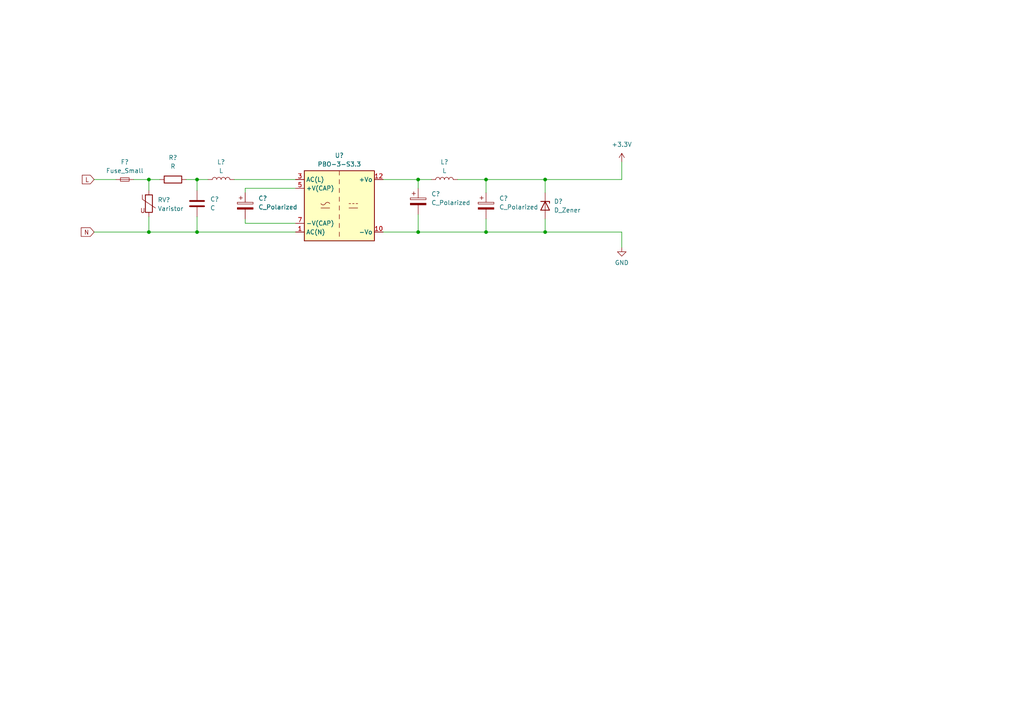
<source format=kicad_sch>
(kicad_sch (version 20250114) (generator "eeschema") (generator_version "9.0")
  (paper "A4")
  (lib_symbols
    (symbol "Converter_ACDC:PBO-3-S3.3"
      (property "Reference" "U" (at 0 13.97 0))
      (property "Value" "PBO-3-S3.3" (at 0 11.43 0))
      (symbol "PBO-3-S3.3_1_1"
        (rectangle (start -10.16 10.16) (end 10.16 -10.16) (stroke (width 0.254)) (fill (type background)))
        (polyline (pts (xy -5.334 -0.635) (xy -2.794 -0.635)))
        (arc (start -4.064 0.635) (mid -4.699 0.2495) (end -5.334 0.635))
        (arc (start -4.064 0.635) (mid -3.429 1.0072) (end -2.794 0.635))
        (polyline (pts (xy 0 10.16) (xy 0 8.89)))
        (polyline (pts (xy 0 7.62) (xy 0 6.35)))
        (polyline (pts (xy 0 5.08) (xy 0 3.81)))
        (polyline (pts (xy 0 2.54) (xy 0 1.27)))
        (polyline (pts (xy 0 0) (xy 0 -1.27)))
        (polyline (pts (xy 0 -2.54) (xy 0 -3.81)))
        (polyline (pts (xy 0 -5.08) (xy 0 -6.35)))
        (polyline (pts (xy 0 -7.62) (xy 0 -8.89)))
        (polyline (pts (xy 2.794 0.635) (xy 3.302 0.635)))
        (polyline (pts (xy 2.794 -0.635) (xy 5.334 -0.635)))
        (polyline (pts (xy 3.81 0.635) (xy 4.318 0.635)))
        (polyline (pts (xy 4.826 0.635) (xy 5.334 0.635)))
        (pin power_in line (at -12.7 7.62 0) (length 2.54) (name "AC(L)") (number "3"))
        (pin passive line (at -12.7 5.08 0) (length 2.54) (name "+V(CAP)") (number "5"))
        (pin passive line (at -12.7 -5.08 0) (length 2.54) (name "-V(CAP)") (number "7"))
        (pin power_in line (at -12.7 -7.62 0) (length 2.54) (name "AC(N)") (number "1"))
        (pin power_out line (at 12.7 7.62 180) (length 2.54) (name "+Vo") (number "12"))
        (pin power_out line (at 12.7 -7.62 180) (length 2.54) (name "-Vo") (number "10"))
      )
    )
    (symbol "Device:C" (pin_numbers (hide yes)) (pin_names (offset 0.254))
      (property "Reference" "C" (at 0.635 2.54 0))
      (property "Value" "C" (at 0.635 -2.54 0))
      (symbol "C_0_1"
        (polyline (pts (xy -2.032 0.762) (xy 2.032 0.762)) (stroke (width 0.508)))
        (polyline (pts (xy -2.032 -0.762) (xy 2.032 -0.762)) (stroke (width 0.508)))
      )
      (symbol "C_1_1"
        (pin passive line (at 0 3.81 270) (length 2.794) (name "~") (number "1"))
        (pin passive line (at 0 -3.81 90) (length 2.794) (name "~") (number "2"))
      )
    )
    (symbol "Device:C_Polarized" (pin_numbers (hide yes)) (pin_names (offset 0.254))
      (property "Reference" "C" (at 0.635 2.54 0))
      (property "Value" "C_Polarized" (at 0.635 -2.54 0))
      (symbol "C_Polarized_0_1"
        (rectangle (start -2.286 0.508) (end 2.286 1.016))
        (polyline (pts (xy -1.778 2.286) (xy -0.762 2.286)))
        (polyline (pts (xy -1.27 2.794) (xy -1.27 1.778)))
        (rectangle (start 2.286 -0.508) (end -2.286 -1.016) (fill (type outline)))
      )
      (symbol "C_Polarized_1_1"
        (pin passive line (at 0 3.81 270) (length 2.794) (name "~") (number "1"))
        (pin passive line (at 0 -3.81 90) (length 2.794) (name "~") (number "2"))
      )
    )
    (symbol "Device:D_Zener" (pin_numbers (hide yes)) (pin_names (offset 1.016) (hide yes))
      (property "Reference" "D" (at 0 2.54 0))
      (property "Value" "D_Zener" (at 0 -2.54 0))
      (symbol "D_Zener_0_1"
        (polyline (pts (xy -1.27 -1.27) (xy -1.27 1.27) (xy -0.762 1.27)) (stroke (width 0.254)))
        (polyline (pts (xy 1.27 0) (xy -1.27 0)))
        (polyline (pts (xy 1.27 -1.27) (xy 1.27 1.27) (xy -1.27 0) (xy 1.27 -1.27)) (stroke (width 0.254)))
      )
      (symbol "D_Zener_1_1"
        (pin passive line (at -3.81 0 0) (length 2.54) (name "K") (number "1"))
        (pin passive line (at 3.81 0 180) (length 2.54) (name "A") (number "2"))
      )
    )
    (symbol "Device:Fuse_Small" (pin_numbers (hide yes)) (pin_names (offset 0.254) (hide yes))
      (property "Reference" "F" (at 0 -1.524 0))
      (property "Value" "Fuse_Small" (at 0 1.524 0))
      (symbol "Fuse_Small_0_1"
        (rectangle (start -1.27 0.508) (end 1.27 -0.508))
        (polyline (pts (xy -1.27 0) (xy 1.27 0)))
      )
      (symbol "Fuse_Small_1_1"
        (pin passive line (at -2.54 0 0) (length 1.27) (name "~") (number "1"))
        (pin passive line (at 2.54 0 180) (length 1.27) (name "~") (number "2"))
      )
    )
    (symbol "Device:L" (pin_numbers (hide yes)) (pin_names (offset 1.016) (hide yes))
      (property "Reference" "L" (at -1.27 0 90))
      (property "Value" "L" (at 1.905 0 90))
      (symbol "L_0_1"
        (arc (start 0 2.54) (mid 0.6323 1.905) (end 0 1.27))
        (arc (start 0 1.27) (mid 0.6323 0.635) (end 0 0))
        (arc (start 0 0) (mid 0.6323 -0.635) (end 0 -1.27))
        (arc (start 0 -1.27) (mid 0.6323 -1.905) (end 0 -2.54))
      )
      (symbol "L_1_1"
        (pin passive line (at 0 3.81 270) (length 1.27) (name "1") (number "1"))
        (pin passive line (at 0 -3.81 90) (length 1.27) (name "2") (number "2"))
      )
    )
    (symbol "Device:R" (pin_numbers (hide yes)) (pin_names (offset 0))
      (property "Reference" "R" (at 2.032 0 90))
      (property "Value" "R" (at 0 0 90))
      (symbol "R_0_1"
        (rectangle (start -1.016 -2.54) (end 1.016 2.54) (stroke (width 0.254)))
      )
      (symbol "R_1_1"
        (pin passive line (at 0 3.81 270) (length 1.27) (name "~") (number "1"))
        (pin passive line (at 0 -3.81 90) (length 1.27) (name "~") (number "2"))
      )
    )
    (symbol "Device:Varistor" (pin_numbers (hide yes)) (pin_names (offset 0))
      (property "Reference" "RV" (at 3.175 0 90))
      (property "Value" "Varistor" (at -3.175 0 90))
      (symbol "Varistor_0_0"
        (text "U" (at -1.778 -2.032 0) (effects (font (size 1.27 1.27))))
      )
      (symbol "Varistor_0_1"
        (polyline (pts (xy -1.905 2.54) (xy -1.905 1.27) (xy 1.905 -1.27)))
        (rectangle (start -1.016 -2.54) (end 1.016 2.54) (stroke (width 0.254)))
      )
      (symbol "Varistor_1_1"
        (pin passive line (at 0 3.81 270) (length 1.27) (name "~") (number "1"))
        (pin passive line (at 0 -3.81 90) (length 1.27) (name "~") (number "2"))
      )
    )
    (symbol "power:+3.3V" (power) (pin_numbers (hide yes)) (pin_names (offset 0) (hide yes))
      (property "Value" "+3.3V" (at 0 3.556 0))
      (symbol "+3.3V_0_1"
        (polyline (pts (xy -0.762 1.27) (xy 0 2.54)))
        (polyline (pts (xy 0 2.54) (xy 0.762 1.27)))
        (polyline (pts (xy 0 0) (xy 0 2.54)))
      )
      (symbol "+3.3V_1_1"
        (pin power_in line (at 0 0 90) (length 0) (name "~") (number "1"))
      )
    )
    (symbol "power:GND" (power) (pin_numbers (hide yes)) (pin_names (offset 0) (hide yes))
      (property "Value" "GND" (at 0 -3.81 0))
      (symbol "GND_0_1"
        (polyline (pts (xy 0 0) (xy 0 -1.27) (xy 1.27 -1.27) (xy 0 -2.54) (xy -1.27 -1.27) (xy 0 -1.27)))
      )
      (symbol "GND_1_1"
        (pin power_in line (at 0 0 270) (length 0) (name "~") (number "1"))
      )
    )
  )
  (junction (at 43.18 67.31))
  (junction (at 43.18 52.07))
  (junction (at 121.285 67.31))
  (junction (at 158.115 52.07))
  (junction (at 57.15 67.31))
  (junction (at 140.97 67.31))
  (junction (at 158.115 67.31))
  (junction (at 140.97 52.07))
  (junction (at 57.15 52.07))
  (junction (at 121.285 52.07))
  (wire (pts (xy 43.18 55.245) (xy 43.18 52.07)))
  (wire (pts (xy 132.715 52.07) (xy 140.97 52.07)))
  (wire (pts (xy 180.34 46.99) (xy 180.34 52.07)))
  (wire (pts (xy 180.34 67.31) (xy 180.34 71.755)))
  (wire (pts (xy 158.115 67.31) (xy 180.34 67.31)))
  (wire (pts (xy 71.12 64.77) (xy 85.725 64.77)))
  (wire (pts (xy 140.97 55.88) (xy 140.97 52.07)))
  (wire (pts (xy 43.18 67.31) (xy 57.15 67.31)))
  (wire (pts (xy 121.285 67.31) (xy 121.285 62.23)))
  (wire (pts (xy 121.285 54.61) (xy 121.285 52.07)))
  (wire (pts (xy 158.115 63.5) (xy 158.115 67.31)))
  (wire (pts (xy 111.125 67.31) (xy 121.285 67.31)))
  (wire (pts (xy 57.15 55.245) (xy 57.15 52.07)))
  (wire (pts (xy 67.945 52.07) (xy 85.725 52.07)))
  (wire (pts (xy 53.975 52.07) (xy 57.15 52.07)))
  (wire (pts (xy 27.305 52.07) (xy 33.655 52.07)))
  (wire (pts (xy 140.97 67.31) (xy 158.115 67.31)))
  (wire (pts (xy 111.125 52.07) (xy 121.285 52.07)))
  (wire (pts (xy 158.115 55.88) (xy 158.115 52.07)))
  (wire (pts (xy 71.12 63.5) (xy 71.12 64.77)))
  (wire (pts (xy 57.15 62.865) (xy 57.15 67.31)))
  (wire (pts (xy 121.285 67.31) (xy 140.97 67.31)))
  (wire (pts (xy 140.97 52.07) (xy 158.115 52.07)))
  (wire (pts (xy 38.735 52.07) (xy 43.18 52.07)))
  (wire (pts (xy 158.115 52.07) (xy 180.34 52.07)))
  (wire (pts (xy 140.97 63.5) (xy 140.97 67.31)))
  (wire (pts (xy 57.15 67.31) (xy 85.725 67.31)))
  (wire (pts (xy 121.285 52.07) (xy 125.095 52.07)))
  (wire (pts (xy 43.18 62.865) (xy 43.18 67.31)))
  (wire (pts (xy 43.18 52.07) (xy 46.355 52.07)))
  (wire (pts (xy 27.305 67.31) (xy 43.18 67.31)))
  (wire (pts (xy 85.725 54.61) (xy 71.12 54.61)))
  (wire (pts (xy 71.12 54.61) (xy 71.12 55.88)))
  (wire (pts (xy 57.15 52.07) (xy 60.325 52.07)))
  (global_label "N" (shape input) (at 27.305 67.31 180) (property "Intersheetrefs" "${INTERSHEET_REFS}" (effects (hide yes))))
  (global_label "L" (shape input) (at 27.305 52.07 180) (property "Intersheetrefs" "${INTERSHEET_REFS}" (effects (hide yes))))
  (symbol (lib_id "Device:C_Polarized") (at 140.97 59.69 0) (unit 1)
    (property "Reference" "C?" (at 144.78 57.5309 0) (effects (justify left)))
    (property "Value" "C_Polarized" (at 144.78 60.0709 0) (effects (justify left)))
    (property "Description" "Polarized capacitor" (effects (hide yes)))
  )
  (symbol (lib_id "Device:Fuse_Small") (at 36.195 52.07 0) (unit 1)
    (property "Reference" "F?" (at 36.195 46.99 0))
    (property "Value" "Fuse_Small" (at 36.195 49.53 0))
    (property "Description" "Fuse, small symbol" (effects (hide yes)))
  )
  (symbol (lib_id "Device:C_Polarized") (at 71.12 59.69 0) (unit 1)
    (property "Reference" "C?" (at 74.93 57.5309 0) (effects (justify left)))
    (property "Value" "C_Polarized" (at 74.93 60.0709 0) (effects (justify left)))
    (property "Description" "Polarized capacitor" (effects (hide yes)))
  )
  (symbol (lib_id "power:+3.3V") (at 180.34 46.99 0) (unit 1)
    (property "Reference" "#PWR013" (effects (hide yes)))
    (property "Value" "+3.3V" (at 180.34 41.91 0))
    (property "Description" "Power symbol creates a global label with name \"+3.3V\"" (effects (hide yes)))
  )
  (symbol (lib_id "Device:D_Zener") (at 158.115 59.69 270) (unit 1)
    (property "Reference" "D?" (at 160.655 58.4199 90) (effects (justify left)))
    (property "Value" "D_Zener" (at 160.655 60.9599 90) (effects (justify left)))
    (property "Description" "Zener diode" (effects (hide yes)))
  )
  (symbol (lib_id "Device:L") (at 128.905 52.07 90) (unit 1)
    (property "Reference" "L?" (at 128.905 46.99 90))
    (property "Value" "L" (at 128.905 49.53 90))
    (property "Description" "Inductor" (effects (hide yes)))
  )
  (symbol (lib_id "Device:R") (at 50.165 52.07 90) (unit 1)
    (property "Reference" "R?" (at 50.165 45.72 90))
    (property "Value" "R" (at 50.165 48.26 90))
    (property "Description" "Resistor" (effects (hide yes)))
  )
  (symbol (lib_id "Device:Varistor") (at 43.18 59.055 0) (unit 1)
    (property "Reference" "RV?" (at 45.72 57.9782 0) (effects (justify left)))
    (property "Value" "Varistor" (at 45.72 60.5182 0) (effects (justify left)))
    (property "Description" "Voltage dependent resistor" (effects (hide yes)))
    (property "Sim.Name" "kicad_builtin_varistor" (effects (hide yes)))
    (property "Sim.Device" "SUBCKT" (effects (hide yes)))
    (property "Sim.Pins" "1=A 2=B" (effects (hide yes)))
    (property "Sim.Params" "threshold=1k" (effects (hide yes)))
    (property "Sim.Library" "${KICAD9_SYMBOL_DIR}/Simulation_SPICE.sp" (effects (hide yes)))
  )
  (symbol (lib_id "power:GND") (at 180.34 71.755 0) (unit 1)
    (property "Reference" "#PWR014" (effects (hide yes)))
    (property "Value" "GND" (at 180.34 76.2 0))
    (property "Description" "Power symbol creates a global label with name \"GND\" , ground" (effects (hide yes)))
  )
  (symbol (lib_id "Device:C") (at 57.15 59.055 0) (unit 1)
    (property "Reference" "C?" (at 60.96 57.7849 0) (effects (justify left)))
    (property "Value" "C" (at 60.96 60.3249 0) (effects (justify left)))
    (property "Description" "Unpolarized capacitor" (effects (hide yes)))
  )
  (symbol (lib_id "Device:L") (at 64.135 52.07 90) (unit 1)
    (property "Reference" "L?" (at 64.135 46.99 90))
    (property "Value" "L" (at 64.135 49.53 90))
    (property "Description" "Inductor" (effects (hide yes)))
  )
  (symbol (lib_id "Device:C_Polarized") (at 121.285 58.42 0) (unit 1)
    (property "Reference" "C?" (at 125.095 56.2609 0) (effects (justify left)))
    (property "Value" "C_Polarized" (at 125.095 58.8009 0) (effects (justify left)))
    (property "Description" "Polarized capacitor" (effects (hide yes)))
  )
  (symbol (lib_id "Converter_ACDC:PBO-3-S3.3") (at 98.425 59.69 0) (unit 1)
    (property "Reference" "U?" (at 98.425 45.085 0))
    (property "Value" "PBO-3-S3.3" (at 98.425 47.625 0))
    (property "Footprint" "Converter_ACDC:Converter_ACDC_CUI_PBO-3-Sxx_THT_Vertical" (effects (hide yes)))
    (property "Datasheet" "https://www.cui.com/product/resource/pbo-3.pdf" (effects (hide yes)))
    (property "Description" "3.3V 0.6A 1.98W miniature AC-DC module-type power supply" (effects (hide yes)))
  )
)
</source>
